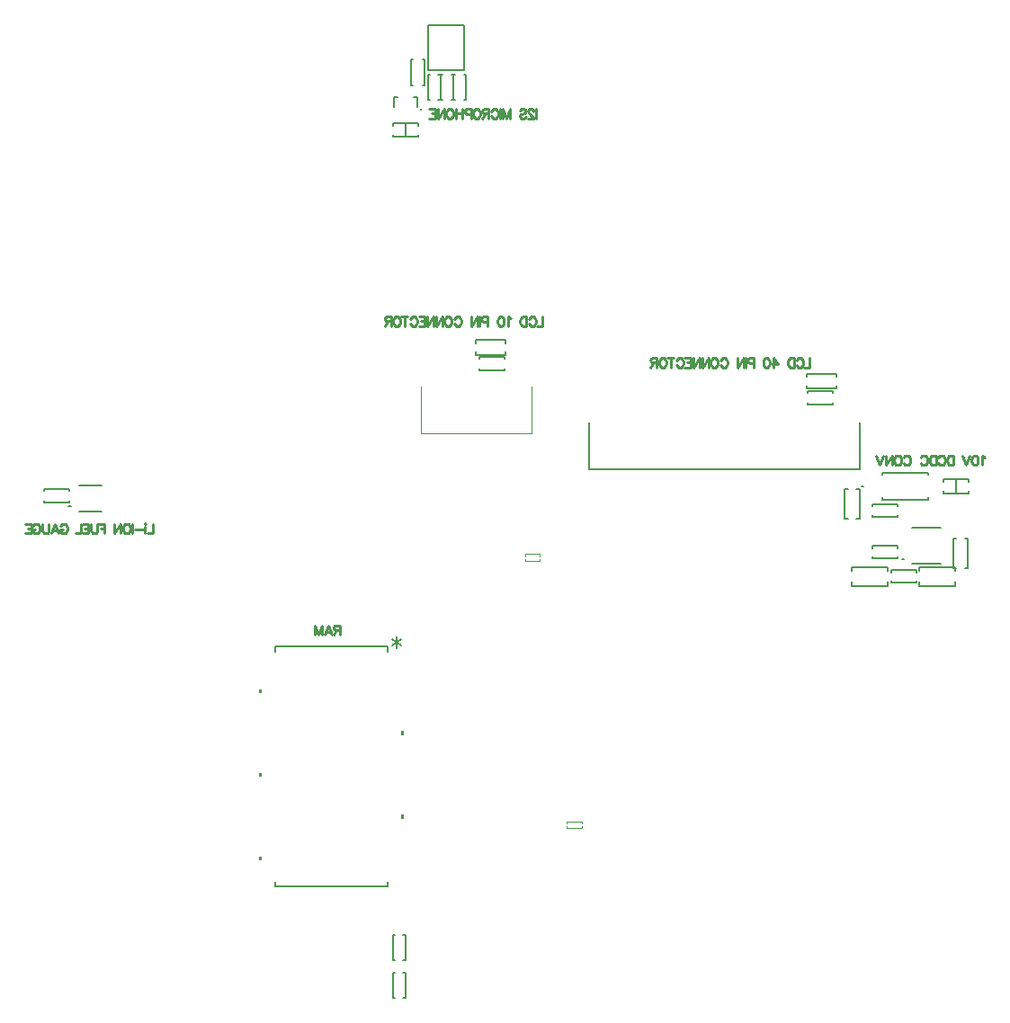
<source format=gbo>
G04*
G04 #@! TF.GenerationSoftware,Altium Limited,Altium Designer,20.2.5 (213)*
G04*
G04 Layer_Color=32896*
%FSLAX25Y25*%
%MOIN*%
G70*
G04*
G04 #@! TF.SameCoordinates,04ACB860-B9D4-4248-80BD-52411BCDF81E*
G04*
G04*
G04 #@! TF.FilePolarity,Positive*
G04*
G01*
G75*
%ADD10C,0.00787*%
%ADD11C,0.00500*%
%ADD12C,0.00984*%
%ADD14C,0.00394*%
%ADD16C,0.00591*%
%ADD18C,0.00900*%
%ADD80C,0.00600*%
%ADD168C,0.00781*%
G36*
X839572Y610150D02*
Y608650D01*
X840572D01*
Y610150D01*
X839572D01*
D02*
G37*
G36*
X893428Y625650D02*
Y624150D01*
X892428D01*
Y625650D01*
X893428D01*
D02*
G37*
G36*
X839572Y641150D02*
Y639650D01*
X840572D01*
Y641150D01*
X839572D01*
D02*
G37*
G36*
Y672150D02*
Y670650D01*
X840572D01*
Y672150D01*
X839572D01*
D02*
G37*
G36*
X893428Y656650D02*
Y655150D01*
X892428D01*
Y656650D01*
X893428D01*
D02*
G37*
D10*
X1063646Y747500D02*
X1062858D01*
X1063646D01*
X1078614Y720579D02*
X1077827D01*
X1078614D01*
X769858Y739965D02*
X769071D01*
X769858D01*
X962083Y753709D02*
Y771032D01*
Y753709D02*
X1062201D01*
Y771032D01*
X896953Y891658D02*
X898331D01*
Y888213D02*
Y891658D01*
X889669D02*
X891047D01*
X889669Y888213D02*
Y891658D01*
X1102685Y744744D02*
Y745925D01*
X1093236Y744744D02*
X1102685D01*
X1093236D02*
Y745925D01*
X1097961Y744744D02*
Y750256D01*
X1093236Y749075D02*
Y750256D01*
X1102685D01*
Y749075D02*
Y750256D01*
D11*
X902327Y901795D02*
Y918508D01*
X915673D01*
Y901795D02*
Y918508D01*
X902327Y901795D02*
X915673D01*
X1070476Y742461D02*
X1087524D01*
X1070476Y752539D02*
X1087524D01*
Y751713D02*
Y752539D01*
Y742461D02*
Y743287D01*
X1070476Y751713D02*
Y752539D01*
Y742461D02*
Y743287D01*
X1081685Y732213D02*
X1092315D01*
X1081685Y718787D02*
X1092315D01*
X772988Y738173D02*
X781256D01*
X772988Y747661D02*
X781256D01*
D12*
X899612Y887031D02*
D03*
D14*
X959256Y622492D02*
Y623279D01*
X953744D02*
X959256D01*
X953744Y622492D02*
Y623279D01*
Y620720D02*
Y621508D01*
Y620720D02*
X959256D01*
Y621508D01*
X938244Y719721D02*
Y720508D01*
Y719721D02*
X943756D01*
Y720508D01*
Y721492D02*
Y722280D01*
X938244D02*
X943756D01*
X938244Y721492D02*
Y722280D01*
X940532Y767248D02*
Y784571D01*
X899469Y767248D02*
X940532D01*
X899469D02*
Y784571D01*
D16*
X1056744Y746512D02*
X1057925D01*
X1056744Y735488D02*
Y746512D01*
Y735488D02*
X1057925D01*
X1061075D02*
X1062256D01*
Y746512D01*
X1061075D02*
X1062256D01*
X1076224Y736138D02*
Y736925D01*
X1066776Y736138D02*
X1076224D01*
X1066776D02*
Y736925D01*
Y740075D02*
Y740862D01*
X1076224D01*
Y740075D02*
Y740862D01*
X1066776Y724575D02*
Y725362D01*
X1076224D01*
Y724575D02*
Y725362D01*
Y720638D02*
Y721425D01*
X1066776Y720638D02*
X1076224D01*
X1066776D02*
Y721425D01*
X1073776Y715598D02*
Y716386D01*
X1083224D01*
Y715598D02*
Y716386D01*
Y711661D02*
Y712449D01*
X1073776Y711661D02*
X1083224D01*
X1073776D02*
Y712449D01*
X1097693Y710457D02*
Y712032D01*
X1084307Y710457D02*
X1097693D01*
X1084307D02*
Y712032D01*
Y715969D02*
Y717543D01*
X1097693D01*
Y715969D02*
Y717543D01*
X1096917Y717035D02*
X1098098D01*
X1096917D02*
Y728059D01*
X1098098D01*
X1101248D02*
X1102429D01*
Y717035D02*
Y728059D01*
X1101248Y717035D02*
X1102429D01*
X1072693Y710480D02*
Y712055D01*
X1059307Y710480D02*
X1072693D01*
X1059307D02*
Y712055D01*
Y715992D02*
Y717567D01*
X1072693D01*
Y715992D02*
Y717567D01*
X931012Y796244D02*
Y797425D01*
X919988Y796244D02*
X931012D01*
X919988D02*
Y797425D01*
Y800575D02*
Y801756D01*
X931012D01*
Y800575D02*
Y801756D01*
X930724Y794772D02*
Y795461D01*
X921276D02*
X930724D01*
X921276Y794772D02*
Y795461D01*
Y790539D02*
Y791228D01*
Y790539D02*
X930724D01*
Y791228D01*
X759776Y745673D02*
Y746362D01*
X769224D01*
Y745673D02*
Y746362D01*
Y741441D02*
Y742130D01*
X759776Y741441D02*
X769224D01*
X759776D02*
Y742130D01*
X910853Y890776D02*
X911640D01*
Y900224D01*
X910853D02*
X911640D01*
X906916D02*
X907703D01*
X906916Y890776D02*
Y900224D01*
Y890776D02*
X907703D01*
X911638D02*
X912425D01*
X911638D02*
Y900224D01*
X912425D01*
X915575D02*
X916362D01*
Y890776D02*
Y900224D01*
X915575Y890776D02*
X916362D01*
X889138Y581224D02*
X889925D01*
X889138Y571776D02*
Y581224D01*
Y571776D02*
X889925D01*
X893075D02*
X893862D01*
Y581224D01*
X893075D02*
X893862D01*
X893075Y557776D02*
X893862D01*
Y567224D01*
X893075D02*
X893862D01*
X889138D02*
X889925D01*
X889138Y557776D02*
Y567224D01*
Y557776D02*
X889925D01*
X1052252Y777873D02*
Y778562D01*
X1042803Y777873D02*
X1052252D01*
X1042803D02*
Y778562D01*
Y782105D02*
Y782794D01*
X1052252D01*
Y782105D02*
Y782794D01*
X1053512Y788075D02*
Y789256D01*
X1042488D02*
X1053512D01*
X1042488Y788075D02*
Y789256D01*
Y783744D02*
Y784925D01*
Y783744D02*
X1053512D01*
Y784925D01*
X889276Y881272D02*
Y881961D01*
X898724D01*
Y881272D02*
Y881961D01*
Y877039D02*
Y877728D01*
X889276Y877039D02*
X898724D01*
X889276D02*
Y877728D01*
X894000Y877039D02*
Y881961D01*
X900272Y905724D02*
X900961D01*
Y896276D02*
Y905724D01*
X900272Y896276D02*
X900961D01*
X896039D02*
X896728D01*
X896039D02*
Y905724D01*
X896728D01*
X906075Y890776D02*
X906862D01*
Y900224D01*
X906075D02*
X906862D01*
X902138D02*
X902925D01*
X902138Y890776D02*
Y900224D01*
Y890776D02*
X902925D01*
D18*
X869600Y695899D02*
Y692400D01*
Y695899D02*
X868100D01*
X867600Y695733D01*
X867434Y695566D01*
X867267Y695233D01*
Y694900D01*
X867434Y694566D01*
X867600Y694400D01*
X868100Y694233D01*
X869600D01*
X868434D02*
X867267Y692400D01*
X863818D02*
X865151Y695899D01*
X866484Y692400D01*
X865984Y693566D02*
X864318D01*
X863001Y695899D02*
Y692400D01*
Y695899D02*
X861668Y692400D01*
X860335Y695899D02*
X861668Y692400D01*
X860335Y695899D02*
Y692400D01*
X1108600Y758233D02*
X1108267Y758399D01*
X1107767Y758899D01*
Y755400D01*
X1105034Y758899D02*
X1105534Y758733D01*
X1105867Y758233D01*
X1106034Y757400D01*
Y756900D01*
X1105867Y756067D01*
X1105534Y755567D01*
X1105034Y755400D01*
X1104701D01*
X1104201Y755567D01*
X1103868Y756067D01*
X1103701Y756900D01*
Y757400D01*
X1103868Y758233D01*
X1104201Y758733D01*
X1104701Y758899D01*
X1105034D01*
X1102918D02*
X1101585Y755400D01*
X1100252Y758899D02*
X1101585Y755400D01*
X1097052Y758899D02*
Y755400D01*
Y758899D02*
X1095886D01*
X1095386Y758733D01*
X1095053Y758399D01*
X1094886Y758066D01*
X1094720Y757566D01*
Y756733D01*
X1094886Y756233D01*
X1095053Y755900D01*
X1095386Y755567D01*
X1095886Y755400D01*
X1097052D01*
X1091437Y758066D02*
X1091604Y758399D01*
X1091937Y758733D01*
X1092270Y758899D01*
X1092937D01*
X1093270Y758733D01*
X1093603Y758399D01*
X1093770Y758066D01*
X1093937Y757566D01*
Y756733D01*
X1093770Y756233D01*
X1093603Y755900D01*
X1093270Y755567D01*
X1092937Y755400D01*
X1092270D01*
X1091937Y755567D01*
X1091604Y755900D01*
X1091437Y756233D01*
X1090454Y758899D02*
Y755400D01*
Y758899D02*
X1089287D01*
X1088788Y758733D01*
X1088454Y758399D01*
X1088288Y758066D01*
X1088121Y757566D01*
Y756733D01*
X1088288Y756233D01*
X1088454Y755900D01*
X1088788Y755567D01*
X1089287Y755400D01*
X1090454D01*
X1084838Y758066D02*
X1085005Y758399D01*
X1085338Y758733D01*
X1085672Y758899D01*
X1086338D01*
X1086671Y758733D01*
X1087005Y758399D01*
X1087171Y758066D01*
X1087338Y757566D01*
Y756733D01*
X1087171Y756233D01*
X1087005Y755900D01*
X1086671Y755567D01*
X1086338Y755400D01*
X1085672D01*
X1085338Y755567D01*
X1085005Y755900D01*
X1084838Y756233D01*
X1078606Y758066D02*
X1078773Y758399D01*
X1079106Y758733D01*
X1079440Y758899D01*
X1080106D01*
X1080439Y758733D01*
X1080773Y758399D01*
X1080939Y758066D01*
X1081106Y757566D01*
Y756733D01*
X1080939Y756233D01*
X1080773Y755900D01*
X1080439Y755567D01*
X1080106Y755400D01*
X1079440D01*
X1079106Y755567D01*
X1078773Y755900D01*
X1078606Y756233D01*
X1076624Y758899D02*
X1076957Y758733D01*
X1077290Y758399D01*
X1077457Y758066D01*
X1077623Y757566D01*
Y756733D01*
X1077457Y756233D01*
X1077290Y755900D01*
X1076957Y755567D01*
X1076624Y755400D01*
X1075957D01*
X1075624Y755567D01*
X1075290Y755900D01*
X1075124Y756233D01*
X1074957Y756733D01*
Y757566D01*
X1075124Y758066D01*
X1075290Y758399D01*
X1075624Y758733D01*
X1075957Y758899D01*
X1076624D01*
X1074141D02*
Y755400D01*
Y758899D02*
X1071808Y755400D01*
Y758899D02*
Y755400D01*
X1070841Y758899D02*
X1069508Y755400D01*
X1068175Y758899D02*
X1069508Y755400D01*
X942318Y887399D02*
Y883900D01*
X941418Y886566D02*
Y886733D01*
X941251Y887066D01*
X941085Y887233D01*
X940751Y887399D01*
X940085D01*
X939752Y887233D01*
X939585Y887066D01*
X939419Y886733D01*
Y886399D01*
X939585Y886066D01*
X939918Y885566D01*
X941585Y883900D01*
X939252D01*
X936136Y886899D02*
X936469Y887233D01*
X936969Y887399D01*
X937636D01*
X938135Y887233D01*
X938469Y886899D01*
Y886566D01*
X938302Y886233D01*
X938135Y886066D01*
X937802Y885900D01*
X936802Y885566D01*
X936469Y885400D01*
X936302Y885233D01*
X936136Y884900D01*
Y884400D01*
X936469Y884067D01*
X936969Y883900D01*
X937636D01*
X938135Y884067D01*
X938469Y884400D01*
X932603Y887399D02*
Y883900D01*
Y887399D02*
X931270Y883900D01*
X929937Y887399D02*
X931270Y883900D01*
X929937Y887399D02*
Y883900D01*
X928937Y887399D02*
Y883900D01*
X925705Y886566D02*
X925871Y886899D01*
X926205Y887233D01*
X926538Y887399D01*
X927204D01*
X927538Y887233D01*
X927871Y886899D01*
X928038Y886566D01*
X928204Y886066D01*
Y885233D01*
X928038Y884733D01*
X927871Y884400D01*
X927538Y884067D01*
X927204Y883900D01*
X926538D01*
X926205Y884067D01*
X925871Y884400D01*
X925705Y884733D01*
X924722Y887399D02*
Y883900D01*
Y887399D02*
X923222D01*
X922722Y887233D01*
X922555Y887066D01*
X922389Y886733D01*
Y886399D01*
X922555Y886066D01*
X922722Y885900D01*
X923222Y885733D01*
X924722D01*
X923555D02*
X922389Y883900D01*
X920606Y887399D02*
X920939Y887233D01*
X921272Y886899D01*
X921439Y886566D01*
X921606Y886066D01*
Y885233D01*
X921439Y884733D01*
X921272Y884400D01*
X920939Y884067D01*
X920606Y883900D01*
X919939D01*
X919606Y884067D01*
X919273Y884400D01*
X919106Y884733D01*
X918939Y885233D01*
Y886066D01*
X919106Y886566D01*
X919273Y886899D01*
X919606Y887233D01*
X919939Y887399D01*
X920606D01*
X918123Y885566D02*
X916623D01*
X916123Y885733D01*
X915957Y885900D01*
X915790Y886233D01*
Y886733D01*
X915957Y887066D01*
X916123Y887233D01*
X916623Y887399D01*
X918123D01*
Y883900D01*
X915007Y887399D02*
Y883900D01*
X912674Y887399D02*
Y883900D01*
X915007Y885733D02*
X912674D01*
X910708Y887399D02*
X911041Y887233D01*
X911374Y886899D01*
X911541Y886566D01*
X911708Y886066D01*
Y885233D01*
X911541Y884733D01*
X911374Y884400D01*
X911041Y884067D01*
X910708Y883900D01*
X910041D01*
X909708Y884067D01*
X909375Y884400D01*
X909208Y884733D01*
X909042Y885233D01*
Y886066D01*
X909208Y886566D01*
X909375Y886899D01*
X909708Y887233D01*
X910041Y887399D01*
X910708D01*
X908225D02*
Y883900D01*
Y887399D02*
X905892Y883900D01*
Y887399D02*
Y883900D01*
X902760Y887399D02*
X904926D01*
Y883900D01*
X902760D01*
X904926Y885733D02*
X903593D01*
X800230Y733454D02*
Y729955D01*
X798230D01*
X797514Y733454D02*
X797347Y733288D01*
X797181Y733454D01*
X797347Y733621D01*
X797514Y733454D01*
X797347Y732288D02*
Y729955D01*
X796564Y731455D02*
X793565D01*
X792532Y733454D02*
Y729955D01*
X790799Y733454D02*
X791132Y733288D01*
X791465Y732955D01*
X791632Y732621D01*
X791798Y732121D01*
Y731288D01*
X791632Y730788D01*
X791465Y730455D01*
X791132Y730122D01*
X790799Y729955D01*
X790132D01*
X789799Y730122D01*
X789466Y730455D01*
X789299Y730788D01*
X789132Y731288D01*
Y732121D01*
X789299Y732621D01*
X789466Y732955D01*
X789799Y733288D01*
X790132Y733454D01*
X790799D01*
X788316D02*
Y729955D01*
Y733454D02*
X785983Y729955D01*
Y733454D02*
Y729955D01*
X782267Y733454D02*
Y729955D01*
Y733454D02*
X780101D01*
X782267Y731788D02*
X780934D01*
X779701Y733454D02*
Y730955D01*
X779534Y730455D01*
X779201Y730122D01*
X778701Y729955D01*
X778368D01*
X777868Y730122D01*
X777535Y730455D01*
X777368Y730955D01*
Y733454D01*
X774235D02*
X776402D01*
Y729955D01*
X774235D01*
X776402Y731788D02*
X775069D01*
X773652Y733454D02*
Y729955D01*
X771653D01*
X766021Y732621D02*
X766187Y732955D01*
X766521Y733288D01*
X766854Y733454D01*
X767520D01*
X767853Y733288D01*
X768187Y732955D01*
X768353Y732621D01*
X768520Y732121D01*
Y731288D01*
X768353Y730788D01*
X768187Y730455D01*
X767853Y730122D01*
X767520Y729955D01*
X766854D01*
X766521Y730122D01*
X766187Y730455D01*
X766021Y730788D01*
Y731288D01*
X766854D02*
X766021D01*
X762555Y729955D02*
X763888Y733454D01*
X765221Y729955D01*
X764721Y731121D02*
X763055D01*
X761738Y733454D02*
Y730955D01*
X761572Y730455D01*
X761238Y730122D01*
X760738Y729955D01*
X760405D01*
X759905Y730122D01*
X759572Y730455D01*
X759405Y730955D01*
Y733454D01*
X755939Y732621D02*
X756106Y732955D01*
X756439Y733288D01*
X756773Y733454D01*
X757439D01*
X757772Y733288D01*
X758106Y732955D01*
X758272Y732621D01*
X758439Y732121D01*
Y731288D01*
X758272Y730788D01*
X758106Y730455D01*
X757772Y730122D01*
X757439Y729955D01*
X756773D01*
X756439Y730122D01*
X756106Y730455D01*
X755939Y730788D01*
Y731288D01*
X756773D02*
X755939D01*
X752973Y733454D02*
X755140D01*
Y729955D01*
X752973D01*
X755140Y731788D02*
X753806D01*
X944600Y810399D02*
Y806900D01*
X942600D01*
X939718Y809566D02*
X939884Y809899D01*
X940218Y810233D01*
X940551Y810399D01*
X941217D01*
X941551Y810233D01*
X941884Y809899D01*
X942050Y809566D01*
X942217Y809066D01*
Y808233D01*
X942050Y807733D01*
X941884Y807400D01*
X941551Y807067D01*
X941217Y806900D01*
X940551D01*
X940218Y807067D01*
X939884Y807400D01*
X939718Y807733D01*
X938735Y810399D02*
Y806900D01*
Y810399D02*
X937568D01*
X937068Y810233D01*
X936735Y809899D01*
X936568Y809566D01*
X936402Y809066D01*
Y808233D01*
X936568Y807733D01*
X936735Y807400D01*
X937068Y807067D01*
X937568Y806900D01*
X938735D01*
X932869Y809733D02*
X932536Y809899D01*
X932036Y810399D01*
Y806900D01*
X929303Y810399D02*
X929803Y810233D01*
X930136Y809733D01*
X930303Y808900D01*
Y808400D01*
X930136Y807567D01*
X929803Y807067D01*
X929303Y806900D01*
X928970D01*
X928470Y807067D01*
X928137Y807567D01*
X927970Y808400D01*
Y808900D01*
X928137Y809733D01*
X928470Y810233D01*
X928970Y810399D01*
X929303D01*
X924438Y808566D02*
X922938D01*
X922438Y808733D01*
X922272Y808900D01*
X922105Y809233D01*
Y809733D01*
X922272Y810066D01*
X922438Y810233D01*
X922938Y810399D01*
X924438D01*
Y806900D01*
X921322Y810399D02*
Y806900D01*
X920588Y810399D02*
Y806900D01*
Y810399D02*
X918256Y806900D01*
Y810399D02*
Y806900D01*
X912040Y809566D02*
X912207Y809899D01*
X912540Y810233D01*
X912873Y810399D01*
X913540D01*
X913873Y810233D01*
X914207Y809899D01*
X914373Y809566D01*
X914540Y809066D01*
Y808233D01*
X914373Y807733D01*
X914207Y807400D01*
X913873Y807067D01*
X913540Y806900D01*
X912873D01*
X912540Y807067D01*
X912207Y807400D01*
X912040Y807733D01*
X910057Y810399D02*
X910391Y810233D01*
X910724Y809899D01*
X910891Y809566D01*
X911057Y809066D01*
Y808233D01*
X910891Y807733D01*
X910724Y807400D01*
X910391Y807067D01*
X910057Y806900D01*
X909391D01*
X909058Y807067D01*
X908724Y807400D01*
X908558Y807733D01*
X908391Y808233D01*
Y809066D01*
X908558Y809566D01*
X908724Y809899D01*
X909058Y810233D01*
X909391Y810399D01*
X910057D01*
X907575D02*
Y806900D01*
Y810399D02*
X905242Y806900D01*
Y810399D02*
Y806900D01*
X904275Y810399D02*
Y806900D01*
Y810399D02*
X901943Y806900D01*
Y810399D02*
Y806900D01*
X898810Y810399D02*
X900976D01*
Y806900D01*
X898810D01*
X900976Y808733D02*
X899643D01*
X895727Y809566D02*
X895894Y809899D01*
X896227Y810233D01*
X896560Y810399D01*
X897227D01*
X897560Y810233D01*
X897893Y809899D01*
X898060Y809566D01*
X898227Y809066D01*
Y808233D01*
X898060Y807733D01*
X897893Y807400D01*
X897560Y807067D01*
X897227Y806900D01*
X896560D01*
X896227Y807067D01*
X895894Y807400D01*
X895727Y807733D01*
X893578Y810399D02*
Y806900D01*
X894744Y810399D02*
X892411D01*
X890995D02*
X891328Y810233D01*
X891661Y809899D01*
X891828Y809566D01*
X891995Y809066D01*
Y808233D01*
X891828Y807733D01*
X891661Y807400D01*
X891328Y807067D01*
X890995Y806900D01*
X890328D01*
X889995Y807067D01*
X889662Y807400D01*
X889495Y807733D01*
X889328Y808233D01*
Y809066D01*
X889495Y809566D01*
X889662Y809899D01*
X889995Y810233D01*
X890328Y810399D01*
X890995D01*
X888512D02*
Y806900D01*
Y810399D02*
X887012D01*
X886512Y810233D01*
X886346Y810066D01*
X886179Y809733D01*
Y809400D01*
X886346Y809066D01*
X886512Y808900D01*
X887012Y808733D01*
X888512D01*
X887346D02*
X886179Y806900D01*
X1043722Y795016D02*
Y791517D01*
X1041722D01*
X1038840Y794183D02*
X1039006Y794516D01*
X1039340Y794850D01*
X1039673Y795016D01*
X1040339D01*
X1040673Y794850D01*
X1041006Y794516D01*
X1041173Y794183D01*
X1041339Y793683D01*
Y792850D01*
X1041173Y792350D01*
X1041006Y792017D01*
X1040673Y791684D01*
X1040339Y791517D01*
X1039673D01*
X1039340Y791684D01*
X1039006Y792017D01*
X1038840Y792350D01*
X1037857Y795016D02*
Y791517D01*
Y795016D02*
X1036690D01*
X1036190Y794850D01*
X1035857Y794516D01*
X1035690Y794183D01*
X1035524Y793683D01*
Y792850D01*
X1035690Y792350D01*
X1035857Y792017D01*
X1036190Y791684D01*
X1036690Y791517D01*
X1037857D01*
X1030325Y795016D02*
X1031991Y792683D01*
X1029492D01*
X1030325Y795016D02*
Y791517D01*
X1027875Y795016D02*
X1028375Y794850D01*
X1028709Y794350D01*
X1028875Y793517D01*
Y793017D01*
X1028709Y792183D01*
X1028375Y791684D01*
X1027875Y791517D01*
X1027542D01*
X1027042Y791684D01*
X1026709Y792183D01*
X1026542Y793017D01*
Y793517D01*
X1026709Y794350D01*
X1027042Y794850D01*
X1027542Y795016D01*
X1027875D01*
X1023010Y793183D02*
X1021510D01*
X1021010Y793350D01*
X1020844Y793517D01*
X1020677Y793850D01*
Y794350D01*
X1020844Y794683D01*
X1021010Y794850D01*
X1021510Y795016D01*
X1023010D01*
Y791517D01*
X1019894Y795016D02*
Y791517D01*
X1019161Y795016D02*
Y791517D01*
Y795016D02*
X1016828Y791517D01*
Y795016D02*
Y791517D01*
X1010612Y794183D02*
X1010779Y794516D01*
X1011112Y794850D01*
X1011446Y795016D01*
X1012112D01*
X1012445Y794850D01*
X1012779Y794516D01*
X1012945Y794183D01*
X1013112Y793683D01*
Y792850D01*
X1012945Y792350D01*
X1012779Y792017D01*
X1012445Y791684D01*
X1012112Y791517D01*
X1011446D01*
X1011112Y791684D01*
X1010779Y792017D01*
X1010612Y792350D01*
X1008630Y795016D02*
X1008963Y794850D01*
X1009296Y794516D01*
X1009463Y794183D01*
X1009629Y793683D01*
Y792850D01*
X1009463Y792350D01*
X1009296Y792017D01*
X1008963Y791684D01*
X1008630Y791517D01*
X1007963D01*
X1007630Y791684D01*
X1007296Y792017D01*
X1007130Y792350D01*
X1006963Y792850D01*
Y793683D01*
X1007130Y794183D01*
X1007296Y794516D01*
X1007630Y794850D01*
X1007963Y795016D01*
X1008630D01*
X1006147D02*
Y791517D01*
Y795016D02*
X1003814Y791517D01*
Y795016D02*
Y791517D01*
X1002847Y795016D02*
Y791517D01*
Y795016D02*
X1000515Y791517D01*
Y795016D02*
Y791517D01*
X997382Y795016D02*
X999548D01*
Y791517D01*
X997382D01*
X999548Y793350D02*
X998215D01*
X994299Y794183D02*
X994466Y794516D01*
X994799Y794850D01*
X995133Y795016D01*
X995799D01*
X996132Y794850D01*
X996465Y794516D01*
X996632Y794183D01*
X996799Y793683D01*
Y792850D01*
X996632Y792350D01*
X996465Y792017D01*
X996132Y791684D01*
X995799Y791517D01*
X995133D01*
X994799Y791684D01*
X994466Y792017D01*
X994299Y792350D01*
X992150Y795016D02*
Y791517D01*
X993316Y795016D02*
X990983D01*
X989567D02*
X989900Y794850D01*
X990234Y794516D01*
X990400Y794183D01*
X990567Y793683D01*
Y792850D01*
X990400Y792350D01*
X990234Y792017D01*
X989900Y791684D01*
X989567Y791517D01*
X988900D01*
X988567Y791684D01*
X988234Y792017D01*
X988067Y792350D01*
X987901Y792850D01*
Y793683D01*
X988067Y794183D01*
X988234Y794516D01*
X988567Y794850D01*
X988900Y795016D01*
X989567D01*
X987084D02*
Y791517D01*
Y795016D02*
X985585D01*
X985085Y794850D01*
X984918Y794683D01*
X984751Y794350D01*
Y794017D01*
X984918Y793683D01*
X985085Y793517D01*
X985585Y793350D01*
X987084D01*
X985918D02*
X984751Y791517D01*
D80*
X845700Y686100D02*
Y688000D01*
X887300Y599000D02*
Y600900D01*
Y686100D02*
Y688000D01*
X845700D02*
X887300D01*
X845700Y599000D02*
Y600900D01*
Y599000D02*
X887300D01*
D168*
X890643Y691696D02*
Y687479D01*
X892400Y690642D02*
X888886Y688533D01*
Y690642D02*
X892400Y688533D01*
M02*

</source>
